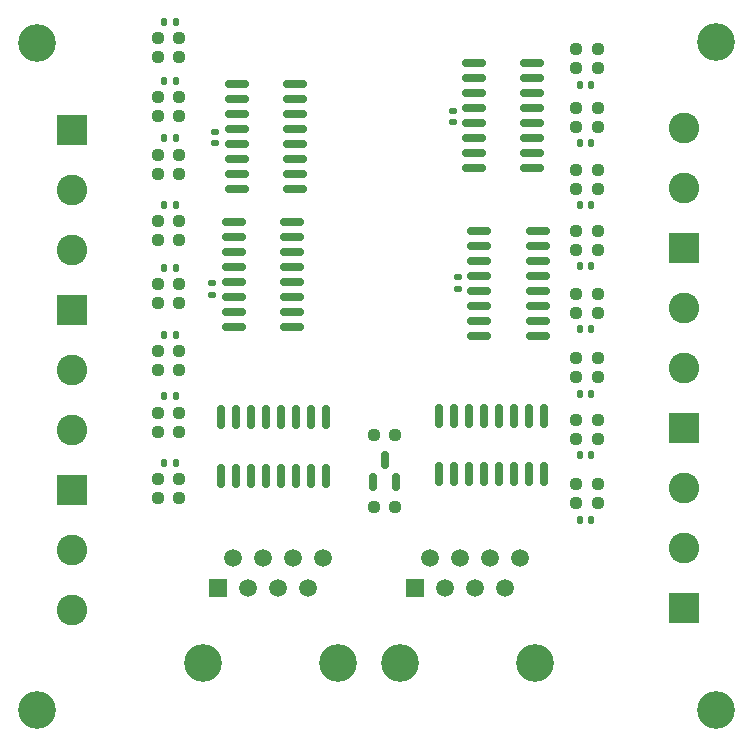
<source format=gbr>
%TF.GenerationSoftware,KiCad,Pcbnew,7.0.7*%
%TF.CreationDate,2023-11-27T22:42:48+01:00*%
%TF.ProjectId,OS-S88n,4f532d53-3838-46e2-9e6b-696361645f70,rev?*%
%TF.SameCoordinates,Original*%
%TF.FileFunction,Soldermask,Top*%
%TF.FilePolarity,Negative*%
%FSLAX46Y46*%
G04 Gerber Fmt 4.6, Leading zero omitted, Abs format (unit mm)*
G04 Created by KiCad (PCBNEW 7.0.7) date 2023-11-27 22:42:48*
%MOMM*%
%LPD*%
G01*
G04 APERTURE LIST*
G04 Aperture macros list*
%AMRoundRect*
0 Rectangle with rounded corners*
0 $1 Rounding radius*
0 $2 $3 $4 $5 $6 $7 $8 $9 X,Y pos of 4 corners*
0 Add a 4 corners polygon primitive as box body*
4,1,4,$2,$3,$4,$5,$6,$7,$8,$9,$2,$3,0*
0 Add four circle primitives for the rounded corners*
1,1,$1+$1,$2,$3*
1,1,$1+$1,$4,$5*
1,1,$1+$1,$6,$7*
1,1,$1+$1,$8,$9*
0 Add four rect primitives between the rounded corners*
20,1,$1+$1,$2,$3,$4,$5,0*
20,1,$1+$1,$4,$5,$6,$7,0*
20,1,$1+$1,$6,$7,$8,$9,0*
20,1,$1+$1,$8,$9,$2,$3,0*%
G04 Aperture macros list end*
%ADD10RoundRect,0.237500X0.250000X0.237500X-0.250000X0.237500X-0.250000X-0.237500X0.250000X-0.237500X0*%
%ADD11RoundRect,0.237500X-0.250000X-0.237500X0.250000X-0.237500X0.250000X0.237500X-0.250000X0.237500X0*%
%ADD12RoundRect,0.140000X0.140000X0.170000X-0.140000X0.170000X-0.140000X-0.170000X0.140000X-0.170000X0*%
%ADD13RoundRect,0.140000X-0.170000X0.140000X-0.170000X-0.140000X0.170000X-0.140000X0.170000X0.140000X0*%
%ADD14RoundRect,0.140000X0.170000X-0.140000X0.170000X0.140000X-0.170000X0.140000X-0.170000X-0.140000X0*%
%ADD15RoundRect,0.140000X-0.140000X-0.170000X0.140000X-0.170000X0.140000X0.170000X-0.140000X0.170000X0*%
%ADD16RoundRect,0.150000X0.150000X-0.587500X0.150000X0.587500X-0.150000X0.587500X-0.150000X-0.587500X0*%
%ADD17R,2.600000X2.600000*%
%ADD18C,2.600000*%
%ADD19C,3.200000*%
%ADD20R,1.500000X1.500000*%
%ADD21C,1.500000*%
%ADD22RoundRect,0.150000X-0.825000X-0.150000X0.825000X-0.150000X0.825000X0.150000X-0.825000X0.150000X0*%
%ADD23RoundRect,0.150000X0.150000X-0.825000X0.150000X0.825000X-0.150000X0.825000X-0.150000X-0.825000X0*%
G04 APERTURE END LIST*
D10*
%TO.C,R1902*%
X185547000Y-40086500D03*
X183722000Y-40086500D03*
%TD*%
%TO.C,R1901*%
X185547000Y-41705500D03*
X183722000Y-41705500D03*
%TD*%
%TO.C,R1802*%
X185547000Y-49967500D03*
X183722000Y-49967500D03*
%TD*%
%TO.C,R1801*%
X185547000Y-51586500D03*
X183722000Y-51586500D03*
%TD*%
%TO.C,R1702*%
X185547000Y-45086500D03*
X183722000Y-45086500D03*
%TD*%
%TO.C,R1701*%
X185547000Y-46705500D03*
X183722000Y-46705500D03*
%TD*%
%TO.C,R1602*%
X185547000Y-77419374D03*
X183722000Y-77419374D03*
%TD*%
%TO.C,R1601*%
X185547000Y-79038374D03*
X183722000Y-79038374D03*
%TD*%
%TO.C,R1502*%
X185547000Y-71800374D03*
X183722000Y-71800374D03*
%TD*%
%TO.C,R1501*%
X185547000Y-73419374D03*
X183722000Y-73419374D03*
%TD*%
%TO.C,R1402*%
X185547000Y-60919374D03*
X183722000Y-60919374D03*
%TD*%
%TO.C,R1401*%
X185547000Y-62538374D03*
X183722000Y-62538374D03*
%TD*%
%TO.C,R1302*%
X183722000Y-66586500D03*
X185547000Y-66586500D03*
%TD*%
%TO.C,R1301*%
X183722000Y-68205500D03*
X185547000Y-68205500D03*
%TD*%
%TO.C,R1102*%
X185547000Y-55586500D03*
X183722000Y-55586500D03*
%TD*%
%TO.C,R1101*%
X185547000Y-57205500D03*
X183722000Y-57205500D03*
%TD*%
D11*
%TO.C,R1002*%
X219175000Y-42619000D03*
X221000000Y-42619000D03*
%TD*%
%TO.C,R1001*%
X219175000Y-41000000D03*
X221000000Y-41000000D03*
%TD*%
%TO.C,R902*%
X219164500Y-47585750D03*
X220989500Y-47585750D03*
%TD*%
%TO.C,R901*%
X219164500Y-45966750D03*
X220989500Y-45966750D03*
%TD*%
%TO.C,R802*%
X219155000Y-52832000D03*
X220980000Y-52832000D03*
%TD*%
%TO.C,R801*%
X219155000Y-51213000D03*
X220980000Y-51213000D03*
%TD*%
%TO.C,R702*%
X219155000Y-58007000D03*
X220980000Y-58007000D03*
%TD*%
%TO.C,R701*%
X219155000Y-56388000D03*
X220980000Y-56388000D03*
%TD*%
%TO.C,R602*%
X219175000Y-63341000D03*
X221000000Y-63341000D03*
%TD*%
%TO.C,R601*%
X219175000Y-61722000D03*
X221000000Y-61722000D03*
%TD*%
%TO.C,R502*%
X219155000Y-68802000D03*
X220980000Y-68802000D03*
%TD*%
%TO.C,R501*%
X219155000Y-67183000D03*
X220980000Y-67183000D03*
%TD*%
%TO.C,R402*%
X219155000Y-74009000D03*
X220980000Y-74009000D03*
%TD*%
%TO.C,R401*%
X219155000Y-72390000D03*
X220980000Y-72390000D03*
%TD*%
%TO.C,R202*%
X219175000Y-79470000D03*
X221000000Y-79470000D03*
%TD*%
%TO.C,R201*%
X219175000Y-77851000D03*
X221000000Y-77851000D03*
%TD*%
D12*
%TO.C,C1901*%
X185247500Y-38689500D03*
X184287500Y-38689500D03*
%TD*%
%TO.C,C1801*%
X185247500Y-48570500D03*
X184287500Y-48570500D03*
%TD*%
%TO.C,C1701*%
X185247500Y-43689500D03*
X184287500Y-43689500D03*
%TD*%
%TO.C,C1601*%
X185247500Y-76022374D03*
X184287500Y-76022374D03*
%TD*%
%TO.C,C1501*%
X185247500Y-70403374D03*
X184287500Y-70403374D03*
%TD*%
%TO.C,C1401*%
X185247500Y-59522374D03*
X184287500Y-59522374D03*
%TD*%
%TO.C,C1301*%
X184287500Y-65189500D03*
X185247500Y-65189500D03*
%TD*%
D13*
%TO.C,C1202*%
X188341000Y-60861000D03*
X188341000Y-61821000D03*
%TD*%
D14*
%TO.C,C1201*%
X188595000Y-48994000D03*
X188595000Y-48034000D03*
%TD*%
D12*
%TO.C,C1101*%
X185247500Y-54189500D03*
X184287500Y-54189500D03*
%TD*%
D15*
%TO.C,C1001*%
X219474500Y-44016000D03*
X220434500Y-44016000D03*
%TD*%
%TO.C,C901*%
X219464000Y-48982750D03*
X220424000Y-48982750D03*
%TD*%
%TO.C,C801*%
X219454500Y-54229000D03*
X220414500Y-54229000D03*
%TD*%
%TO.C,C701*%
X219454500Y-59404000D03*
X220414500Y-59404000D03*
%TD*%
%TO.C,C601*%
X219474500Y-64738000D03*
X220434500Y-64738000D03*
%TD*%
%TO.C,C501*%
X219454500Y-70199000D03*
X220414500Y-70199000D03*
%TD*%
%TO.C,C401*%
X219454500Y-75406000D03*
X220414500Y-75406000D03*
%TD*%
%TO.C,C201*%
X219474500Y-80867000D03*
X220434500Y-80867000D03*
%TD*%
D16*
%TO.C,Q2101*%
X201996000Y-77645500D03*
X203896000Y-77645500D03*
X202946000Y-75770500D03*
%TD*%
D11*
%TO.C,R2102*%
X202033500Y-73660000D03*
X203858500Y-73660000D03*
%TD*%
D17*
%TO.C,J101*%
X228305000Y-88302776D03*
D18*
X228305000Y-83222776D03*
X228305000Y-78142776D03*
%TD*%
D17*
%TO.C,J103*%
X228305000Y-57822776D03*
D18*
X228305000Y-52742776D03*
X228305000Y-47662776D03*
%TD*%
D17*
%TO.C,J104*%
X176500000Y-47852000D03*
D18*
X176500000Y-52932000D03*
X176500000Y-58012000D03*
%TD*%
D19*
%TO.C,REF\u002A\u002A*%
X231000000Y-97000000D03*
%TD*%
D17*
%TO.C,J102*%
X228305000Y-73062776D03*
D18*
X228305000Y-67982776D03*
X228305000Y-62902776D03*
%TD*%
D19*
%TO.C,J2102*%
X204207000Y-93000000D03*
X215637000Y-93000000D03*
D20*
X205477000Y-86650000D03*
D21*
X206747000Y-84110000D03*
X208017000Y-86650000D03*
X209287000Y-84110000D03*
X210557000Y-86650000D03*
X211827000Y-84110000D03*
X213097000Y-86650000D03*
X214367000Y-84110000D03*
%TD*%
D14*
%TO.C,C301*%
X208723001Y-47188001D03*
X208723001Y-46228001D03*
%TD*%
D10*
%TO.C,R2101*%
X203858500Y-79756000D03*
X202033500Y-79756000D03*
%TD*%
D22*
%TO.C,U1202*%
X190184000Y-55626000D03*
X190184000Y-56896000D03*
X190184000Y-58166000D03*
X190184000Y-59436000D03*
X190184000Y-60706000D03*
X190184000Y-61976000D03*
X190184000Y-63246000D03*
X190184000Y-64516000D03*
X195134000Y-64516000D03*
X195134000Y-63246000D03*
X195134000Y-61976000D03*
X195134000Y-60706000D03*
X195134000Y-59436000D03*
X195134000Y-58166000D03*
X195134000Y-56896000D03*
X195134000Y-55626000D03*
%TD*%
D19*
%TO.C,REF\u002A\u002A*%
X173500000Y-97000000D03*
%TD*%
D22*
%TO.C,U1201*%
X190438000Y-43942000D03*
X190438000Y-45212000D03*
X190438000Y-46482000D03*
X190438000Y-47752000D03*
X190438000Y-49022000D03*
X190438000Y-50292000D03*
X190438000Y-51562000D03*
X190438000Y-52832000D03*
X195388000Y-52832000D03*
X195388000Y-51562000D03*
X195388000Y-50292000D03*
X195388000Y-49022000D03*
X195388000Y-47752000D03*
X195388000Y-46482000D03*
X195388000Y-45212000D03*
X195388000Y-43942000D03*
%TD*%
%TO.C,U301*%
X210950000Y-56388000D03*
X210950000Y-57658000D03*
X210950000Y-58928000D03*
X210950000Y-60198000D03*
X210950000Y-61468000D03*
X210950000Y-62738000D03*
X210950000Y-64008000D03*
X210950000Y-65278000D03*
X215900000Y-65278000D03*
X215900000Y-64008000D03*
X215900000Y-62738000D03*
X215900000Y-61468000D03*
X215900000Y-60198000D03*
X215900000Y-58928000D03*
X215900000Y-57658000D03*
X215900000Y-56388000D03*
%TD*%
D19*
%TO.C,J2101*%
X187570000Y-93000000D03*
X199000000Y-93000000D03*
D20*
X188840000Y-86650000D03*
D21*
X190110000Y-84110000D03*
X191380000Y-86650000D03*
X192650000Y-84110000D03*
X193920000Y-86650000D03*
X195190000Y-84110000D03*
X196460000Y-86650000D03*
X197730000Y-84110000D03*
%TD*%
D19*
%TO.C,REF\u002A\u002A*%
X173500000Y-40500000D03*
%TD*%
D17*
%TO.C,J106*%
X176500000Y-78332000D03*
D18*
X176500000Y-83412000D03*
X176500000Y-88492000D03*
%TD*%
D22*
%TO.C,U302*%
X210504000Y-42164000D03*
X210504000Y-43434000D03*
X210504000Y-44704000D03*
X210504000Y-45974000D03*
X210504000Y-47244000D03*
X210504000Y-48514000D03*
X210504000Y-49784000D03*
X210504000Y-51054000D03*
X215454000Y-51054000D03*
X215454000Y-49784000D03*
X215454000Y-48514000D03*
X215454000Y-47244000D03*
X215454000Y-45974000D03*
X215454000Y-44704000D03*
X215454000Y-43434000D03*
X215454000Y-42164000D03*
%TD*%
D19*
%TO.C,REF\u002A\u002A*%
X231000000Y-40437776D03*
%TD*%
D23*
%TO.C,U2001*%
X207518000Y-77024000D03*
X208788000Y-77024000D03*
X210058000Y-77024000D03*
X211328000Y-77024000D03*
X212598000Y-77024000D03*
X213868000Y-77024000D03*
X215138000Y-77024000D03*
X216408000Y-77024000D03*
X216408000Y-72074000D03*
X215138000Y-72074000D03*
X213868000Y-72074000D03*
X212598000Y-72074000D03*
X211328000Y-72074000D03*
X210058000Y-72074000D03*
X208788000Y-72074000D03*
X207518000Y-72074000D03*
%TD*%
%TO.C,U2002*%
X189103000Y-77151000D03*
X190373000Y-77151000D03*
X191643000Y-77151000D03*
X192913000Y-77151000D03*
X194183000Y-77151000D03*
X195453000Y-77151000D03*
X196723000Y-77151000D03*
X197993000Y-77151000D03*
X197993000Y-72201000D03*
X196723000Y-72201000D03*
X195453000Y-72201000D03*
X194183000Y-72201000D03*
X192913000Y-72201000D03*
X191643000Y-72201000D03*
X190373000Y-72201000D03*
X189103000Y-72201000D03*
%TD*%
D17*
%TO.C,J105*%
X176500000Y-63092000D03*
D18*
X176500000Y-68172000D03*
X176500000Y-73252000D03*
%TD*%
D14*
%TO.C,C302*%
X209169001Y-61313000D03*
X209169001Y-60353000D03*
%TD*%
M02*

</source>
